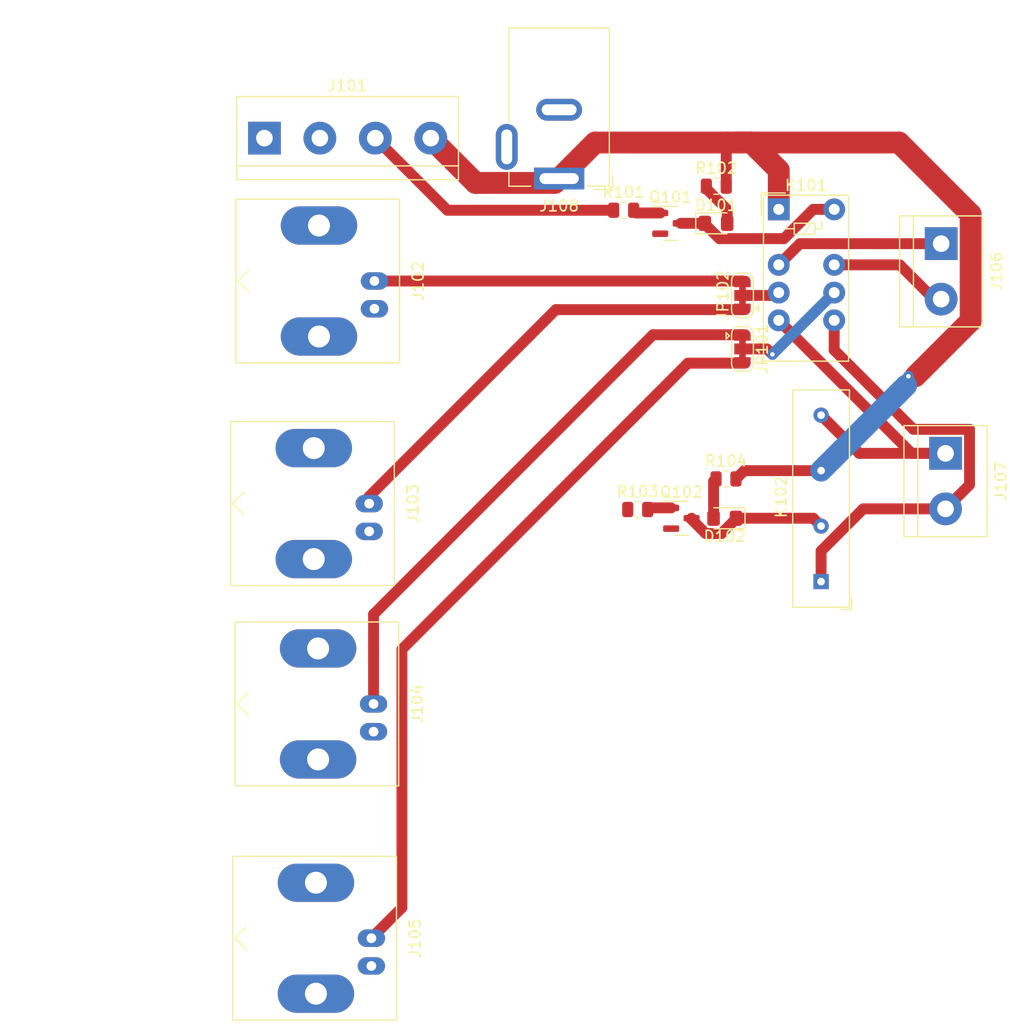
<source format=kicad_pcb>
(kicad_pcb (version 20211014) (generator pcbnew)
  (layers (0 "F.Cu" signal) (31 "B.Cu" signal) (34 "B.Paste" user) (35 "F.Paste" user) (36 "B.SilkS" user "B.Silkscreen") (37 "F.SilkS" user "F.Silkscreen") (38 "B.Mask" user) (39 "F.Mask" user) (44 "Edge.Cuts" user))
  (net 0 "")
  (net 1 "Coil-")
  (net 2 "Net-(D101-Pad2)")
  (net 3 "Net-(D102-Pad1)")
  (net 4 "Net-(D102-Pad2)")
  (net 5 "GND")
  (net 6 "HCur")
  (net 7 "HPot")
  (net 8 "LPot")
  (net 9 "LCur")
  (net 10 "Net-(JP101-Pad2)")
  (net 11 "Net-(JP102-Pad2)")
  (net 12 "+5V")
  (net 13 "Net-(Q101-Pad1)")
  (net 14 "Net-(Q102-Pad1)")
  (net 15 "/Pri-")
  (net 16 "/Pri+")
  (net 17 "/Sec+")
  (net 18 "/Sec-")
  (net 19 "Net-(R103-Pad1)")
  (net 20 "Net-(R101-Pad1)")
  (footprint "Connector_BarrelJack:BarrelJack_GCT_DCJ200-10-A_Horizontal" (layer "F.Cu") (at 107 69.1 180)
    (fp_text reference "J108" (at 0 -2.5) (layer "F.SilkS"))
    (fp_text value "Barrel_Jack_Switch")
    (fp_line (start -3.2 -1) (end -4.9 -1) (layer "F.SilkS") (width 0.12))
    (fp_line (start -4.9 -1) (end -4.9 0.3) (layer "F.SilkS") (width 0.12))
    (fp_line (start -4.6 -0.7) (end -2.6 -0.7) (layer "F.SilkS") (width 0.12))
    (fp_line (start 2.6 -0.7) (end 4.6 -0.7) (layer "F.SilkS") (width 0.12))
    (fp_line (start -4.6 13.8) (end -4.6 -0.7) (layer "F.SilkS") (width 0.12))
    (fp_line (start 4.6 13.8) (end -4.6 13.8) (layer "F.SilkS") (width 0.12))
    (fp_line (start 4.6 -0.7) (end 4.6 0.6) (layer "F.SilkS") (width 0.12))
    (fp_line (start 4.6 5.2) (end 4.6 13.8) (layer "F.SilkS") (width 0.12))
    (pad "1" thru_hole rect locked (at 0 0 180) (size 4.6 2) (drill oval 3.6 1) (layers *.Cu *.Mask) (net 12 "+5V"))
    (pad "2" thru_hole oval locked (at 0 6.3 180) (size 4.2 2) (drill oval 3.2 1) (layers *.Cu *.Mask) (net 5 "GND"))
    (pad "3" thru_hole oval locked (at 4.8 2.9 180) (size 2 4.2) (drill oval 1 3.2) (layers *.Cu *.Mask) (net 5 "GND"))
  )
  (footprint "LED_SMD:LED_0805_2012Metric_Pad1.15x1.40mm_HandSolder" (layer "F.Cu") (at 122.175 100.2 180)
    (fp_text reference "D102" (at 0 -1.65) (layer "F.SilkS"))
    (fp_text value "LED")
    (fp_line (start -1.86 0.96) (end 1 0.96) (layer "F.SilkS") (width 0.12))
    (fp_line (start 1 -0.96) (end -1.86 -0.96) (layer "F.SilkS") (width 0.12))
    (fp_line (start -1.86 -0.96) (end -1.86 0.96) (layer "F.SilkS") (width 0.12))
    (pad "1" smd roundrect locked (at -1.025 0 180) (size 1.15 1.4) (layers "F.Cu" "F.Paste" "F.Mask") (roundrect_rratio 0.217391) (net 3 "Net-(D102-Pad1)"))
    (pad "2" smd roundrect locked (at 1.025 0 180) (size 1.15 1.4) (layers "F.Cu" "F.Paste" "F.Mask") (roundrect_rratio 0.217391) (net 4 "Net-(D102-Pad2)"))
  )
  (footprint "Connector_Coaxial:BNC_Amphenol_B6252HB-NPP3G-50_Horizontal" (layer "F.Cu") (at 89.6 98.86 90)
    (fp_text reference "J103" (at 0 4 90) (layer "F.SilkS"))
    (fp_text value "Conn_Coaxial")
    (fp_line (start 0 -12.5) (end -1 -11.5) (layer "F.SilkS") (width 0.12))
    (fp_line (start 7.5 -12.7) (end 7.5 2.3) (layer "F.SilkS") (width 0.12))
    (fp_line (start -7.5 2.3) (end -7.5 -12.7) (layer "F.SilkS") (width 0.12))
    (fp_line (start 0 -12.5) (end 1 -11.5) (layer "F.SilkS") (width 0.12))
    (fp_line (start -7.5 -12.7) (end 7.5 -12.7) (layer "F.SilkS") (width 0.12))
    (fp_line (start 7.5 2.3) (end -7.5 2.3) (layer "F.SilkS") (width 0.12))
    (pad "1" thru_hole oval locked (at 0 0 90) (size 1.6 2.5) (drill 0.89) (layers *.Cu *.Mask) (net 7 "HPot"))
    (pad "2" thru_hole oval locked (at -5.08 -5.08 90) (size 3.5 7) (drill 2.01) (layers *.Cu *.Mask) (net 5 "GND"))
    (pad "2" thru_hole oval locked (at -2.54 0 90) (size 1.6 2.5) (drill 0.89) (layers *.Cu *.Mask) (net 5 "GND"))
    (pad "2" thru_hole oval locked (at 5.08 -5.08 90) (size 3.5 7) (drill 2.01) (layers *.Cu *.Mask) (net 5 "GND"))
  )
  (footprint "Resistor_SMD:R_0805_2012Metric" (layer "F.Cu") (at 122.2875 96.6)
    (fp_text reference "R104" (at 0 -1.65) (layer "F.SilkS"))
    (fp_text value "1k")
    (fp_line (start -0.227064 0.735) (end 0.227064 0.735) (layer "F.SilkS") (width 0.12))
    (fp_line (start -0.227064 -0.735) (end 0.227064 -0.735) (layer "F.SilkS") (width 0.12))
    (pad "1" smd roundrect locked (at -0.9125 0) (size 1.025 1.4) (layers "F.Cu" "F.Paste" "F.Mask") (roundrect_rratio 0.243902) (net 4 "Net-(D102-Pad2)"))
    (pad "2" smd roundrect locked (at 0.9125 0) (size 1.025 1.4) (layers "F.Cu" "F.Paste" "F.Mask") (roundrect_rratio 0.243902) (net 12 "+5V"))
  )
  (footprint "Resistor_SMD:R_0805_2012Metric" (layer "F.Cu") (at 112.9125 72)
    (fp_text reference "R101" (at 0 -1.65) (layer "F.SilkS"))
    (fp_text value "100")
    (fp_line (start -0.227064 -0.735) (end 0.227064 -0.735) (layer "F.SilkS") (width 0.12))
    (fp_line (start -0.227064 0.735) (end 0.227064 0.735) (layer "F.SilkS") (width 0.12))
    (pad "1" smd roundrect locked (at -0.9125 0) (size 1.025 1.4) (layers "F.Cu" "F.Paste" "F.Mask") (roundrect_rratio 0.243902) (net 20 "Net-(R101-Pad1)"))
    (pad "2" smd roundrect locked (at 0.9125 0) (size 1.025 1.4) (layers "F.Cu" "F.Paste" "F.Mask") (roundrect_rratio 0.243902) (net 13 "Net-(Q101-Pad1)"))
  )
  (footprint "LED_SMD:LED_0805_2012Metric_Pad1.15x1.40mm_HandSolder" (layer "F.Cu") (at 121.375 73.2)
    (fp_text reference "D101" (at 0 -1.65) (layer "F.SilkS"))
    (fp_text value "LED")
    (fp_line (start 1 -0.96) (end -1.86 -0.96) (layer "F.SilkS") (width 0.12))
    (fp_line (start -1.86 -0.96) (end -1.86 0.96) (layer "F.SilkS") (width 0.12))
    (fp_line (start -1.86 0.96) (end 1 0.96) (layer "F.SilkS") (width 0.12))
    (pad "1" smd roundrect locked (at -1.025 0) (size 1.15 1.4) (layers "F.Cu" "F.Paste" "F.Mask") (roundrect_rratio 0.217391) (net 1 "Coil-"))
    (pad "2" smd roundrect locked (at 1.025 0) (size 1.15 1.4) (layers "F.Cu" "F.Paste" "F.Mask") (roundrect_rratio 0.217391) (net 2 "Net-(D101-Pad2)"))
  )
  (footprint "Connector_Coaxial:BNC_Amphenol_B6252HB-NPP3G-50_Horizontal" (layer "F.Cu") (at 89.8 138.65 90)
    (fp_text reference "J105" (at 0 4 90) (layer "F.SilkS"))
    (fp_text value "Conn_Coaxial")
    (fp_line (start 7.5 2.3) (end -7.5 2.3) (layer "F.SilkS") (width 0.12))
    (fp_line (start 0 -12.5) (end 1 -11.5) (layer "F.SilkS") (width 0.12))
    (fp_line (start -7.5 -12.7) (end 7.5 -12.7) (layer "F.SilkS") (width 0.12))
    (fp_line (start 0 -12.5) (end -1 -11.5) (layer "F.SilkS") (width 0.12))
    (fp_line (start -7.5 2.3) (end -7.5 -12.7) (layer "F.SilkS") (width 0.12))
    (fp_line (start 7.5 -12.7) (end 7.5 2.3) (layer "F.SilkS") (width 0.12))
    (pad "1" thru_hole oval locked (at 0 0 90) (size 1.6 2.5) (drill 0.89) (layers *.Cu *.Mask) (net 9 "LCur"))
    (pad "2" thru_hole oval locked (at 5.08 -5.08 90) (size 3.5 7) (drill 2.01) (layers *.Cu *.Mask) (net 5 "GND"))
    (pad "2" thru_hole oval locked (at -2.54 0 90) (size 1.6 2.5) (drill 0.89) (layers *.Cu *.Mask) (net 5 "GND"))
    (pad "2" thru_hole oval locked (at -5.08 -5.08 90) (size 3.5 7) (drill 2.01) (layers *.Cu *.Mask) (net 5 "GND"))
  )
  (footprint "Package_TO_SOT_SMD:SOT-23" (layer "F.Cu") (at 117.2 73.2)
    (fp_text reference "Q101" (at 0 -2.4) (layer "F.SilkS"))
    (fp_text value "MMBT3904")
    (fp_line (start 0 -1.56) (end 0.65 -1.56) (layer "F.SilkS") (width 0.12))
    (fp_line (start 0 -1.56) (end -1.675 -1.56) (layer "F.SilkS") (width 0.12))
    (fp_line (start 0 1.56) (end -0.65 1.56) (layer "F.SilkS") (width 0.12))
    (fp_line (start 0 1.56) (end 0.65 1.56) (layer "F.SilkS") (width 0.12))
    (pad "1" smd roundrect locked (at -0.9375 -0.95) (size 1.475 0.6) (layers "F.Cu" "F.Paste" "F.Mask") (net 13 "Net-(Q101-Pad1)"))
    (pad "2" smd roundrect locked (at -0.9375 0.95) (size 1.475 0.6) (layers "F.Cu" "F.Paste" "F.Mask") (net 5 "GND"))
    (pad "3" smd roundrect locked (at 0.9375 0) (size 1.475 0.6) (layers "F.Cu" "F.Paste" "F.Mask") (net 1 "Coil-"))
  )
  (footprint "Resistor_SMD:R_0805_2012Metric" (layer "F.Cu") (at 114.2 99.4)
    (fp_text reference "R103" (at 0 -1.65) (layer "F.SilkS"))
    (fp_text value "100")
    (fp_line (start -0.227064 0.735) (end 0.227064 0.735) (layer "F.SilkS") (width 0.12))
    (fp_line (start -0.227064 -0.735) (end 0.227064 -0.735) (layer "F.SilkS") (width 0.12))
    (pad "1" smd roundrect locked (at -0.9125 0) (size 1.025 1.4) (layers "F.Cu" "F.Paste" "F.Mask") (roundrect_rratio 0.243902) (net 19 "Net-(R103-Pad1)"))
    (pad "2" smd roundrect locked (at 0.9125 0) (size 1.025 1.4) (layers "F.Cu" "F.Paste" "F.Mask") (roundrect_rratio 0.243902) (net 14 "Net-(Q102-Pad1)"))
  )
  (footprint "Package_TO_SOT_SMD:SOT-23" (layer "F.Cu") (at 118.2 100.2)
    (fp_text reference "Q102" (at 0 -2.4) (layer "F.SilkS"))
    (fp_text value "MMBT3904")
    (fp_line (start 0 -1.56) (end 0.65 -1.56) (layer "F.SilkS") (width 0.12))
    (fp_line (start 0 1.56) (end -0.65 1.56) (layer "F.SilkS") (width 0.12))
    (fp_line (start 0 -1.56) (end -1.675 -1.56) (layer "F.SilkS") (width 0.12))
    (fp_line (start 0 1.56) (end 0.65 1.56) (layer "F.SilkS") (width 0.12))
    (pad "1" smd roundrect locked (at -0.9375 -0.95) (size 1.475 0.6) (layers "F.Cu" "F.Paste" "F.Mask") (net 14 "Net-(Q102-Pad1)"))
    (pad "2" smd roundrect locked (at -0.9375 0.95) (size 1.475 0.6) (layers "F.Cu" "F.Paste" "F.Mask") (net 5 "GND"))
    (pad "3" smd roundrect locked (at 0.9375 0) (size 1.475 0.6) (layers "F.Cu" "F.Paste" "F.Mask") (net 3 "Net-(D102-Pad1)"))
  )
  (footprint "TerminalBlock:TerminalBlock_bornier-2_P5.08mm" (layer "F.Cu") (at 142 75.06 -90)
    (fp_text reference "J106" (at 2.54 -5.08 90) (layer "F.SilkS"))
    (fp_text value "Screw_Terminal_01x02")
    (fp_line (start 7.62 -3.81) (end -2.54 -3.81) (layer "F.SilkS") (width 0.12))
    (fp_line (start 7.62 2.54) (end -2.54 2.54) (layer "F.SilkS") (width 0.12))
    (fp_line (start -2.54 3.81) (end 7.62 3.81) (layer "F.SilkS") (width 0.12))
    (fp_line (start 7.62 3.81) (end 7.62 -3.81) (layer "F.SilkS") (width 0.12))
    (fp_line (start -2.54 -3.81) (end -2.54 3.81) (layer "F.SilkS") (width 0.12))
    (pad "1" thru_hole rect locked (at 0 0 270) (size 3 3) (drill 1.52) (layers *.Cu *.Mask) (net 16 "/Pri+"))
    (pad "2" thru_hole circle locked (at 5.08 0 270) (size 3 3) (drill 1.52) (layers *.Cu *.Mask) (net 15 "/Pri-"))
  )
  (footprint "TerminalBlock:TerminalBlock_bornier-2_P5.08mm" (layer "F.Cu") (at 142.4 94.26 -90)
    (fp_text reference "J107" (at 2.54 -5.08 90) (layer "F.SilkS"))
    (fp_text value "Screw_Terminal_01x02")
    (fp_line (start 7.62 2.54) (end -2.54 2.54) (layer "F.SilkS") (width 0.12))
    (fp_line (start -2.54 -3.81) (end -2.54 3.81) (layer "F.SilkS") (width 0.12))
    (fp_line (start 7.62 -3.81) (end -2.54 -3.81) (layer "F.SilkS") (width 0.12))
    (fp_line (start 7.62 3.81) (end 7.62 -3.81) (layer "F.SilkS") (width 0.12))
    (fp_line (start -2.54 3.81) (end 7.62 3.81) (layer "F.SilkS") (width 0.12))
    (pad "1" thru_hole rect locked (at 0 0 270) (size 3 3) (drill 1.52) (layers *.Cu *.Mask) (net 17 "/Sec+"))
    (pad "2" thru_hole circle locked (at 5.08 0 270) (size 3 3) (drill 1.52) (layers *.Cu *.Mask) (net 18 "/Sec-"))
  )
  (footprint "TerminalBlock:TerminalBlock_bornier-4_P5.08mm" (layer "F.Cu") (at 80 65.4)
    (fp_text reference "J101" (at 7.6 -4.8) (layer "F.SilkS"))
    (fp_text value "Screw_Terminal_01x04")
    (fp_line (start -2.54 -3.81) (end 17.78 -3.81) (layer "F.SilkS") (width 0.12))
    (fp_line (start 17.78 3.81) (end 17.78 -3.81) (layer "F.SilkS") (width 0.12))
    (fp_line (start 17.78 2.54) (end -2.54 2.54) (layer "F.SilkS") (width 0.12))
    (fp_line (start -2.54 3.81) (end 17.78 3.81) (layer "F.SilkS") (width 0.12))
    (fp_line (start -2.54 -3.81) (end -2.54 3.81) (layer "F.SilkS") (width 0.12))
    (pad "1" thru_hole rect locked (at 0 0) (size 3 3) (drill 1.52) (layers *.Cu *.Mask) (net 5 "GND"))
    (pad "2" thru_hole circle locked (at 5.08 0) (size 3 3) (drill 1.52) (layers *.Cu *.Mask) (net 19 "Net-(R103-Pad1)"))
    (pad "3" thru_hole circle locked (at 10.16 0) (size 3 3) (drill 1.52) (layers *.Cu *.Mask) (net 20 "Net-(R101-Pad1)"))
    (pad "4" thru_hole circle locked (at 15.24 0) (size 3 3) (drill 1.52) (layers *.Cu *.Mask) (net 12 "+5V"))
  )
  (footprint "Eli_Lib:SolderJumper-3_P1.3mm_Bridged12_RoundedPad1.0x1.5mm" (layer "F.Cu") (at 123.8 79.8 90)
    (fp_text reference "JP102" (at 0 -1.8 90) (layer "F.SilkS"))
    (fp_text value "SolderJumper_3_Bridged123")
    (fp_poly (pts (xy 0.3 -0.3) (xy 0.8 -0.3) (xy 0.8 0.3) (xy 0.3 0.3)) (layer "F.Cu") (width 0) (fill solid))
    (fp_poly (pts (xy -0.9 -0.3) (xy -0.4 -0.3) (xy -0.4 0.3) (xy -0.9 0.3)) (layer "F.Cu") (width 0) (fill solid))
    (fp_line (start -1.5 1.5) (end -0.9 1.5) (layer "F.SilkS") (width 0.12))
    (fp_line (start -1.4 -1) (end 1.4 -1) (layer "F.SilkS") (width 0.12))
    (fp_line (start -1.2 1.2) (end -0.9 1.5) (layer "F.SilkS") (width 0.12))
    (fp_line (start -2.05 0.3) (end -2.05 -0.3) (layer "F.SilkS") (width 0.12))
    (fp_line (start 2.05 -0.3) (end 2.05 0.3) (layer "F.SilkS") (width 0.12))
    (fp_line (start 1.4 1) (end -1.4 1) (layer "F.SilkS") (width 0.12))
    (fp_line (start -1.2 1.2) (end -1.5 1.5) (layer "F.SilkS") (width 0.12))
    (fp_arc (start -2.05 -0.3) (mid -1.844975 -0.794975) (end -1.35 -1) (layer "F.SilkS") (width 0.12))
    (fp_arc (start 1.35 -1) (mid 1.844975 -0.794975) (end 2.05 -0.3) (layer "F.SilkS") (width 0.12))
    (fp_arc (start 2.05 0.3) (mid 1.844975 0.794975) (end 1.35 1) (layer "F.SilkS") (width 0.12))
    (fp_arc (start -1.35 1) (mid -1.844975 0.794975) (end -2.05 0.3) (layer "F.SilkS") (width 0.12))
    (pad "1" smd custom (at -1.3 0 90) (size 1 0.5) (layers "F.Cu" "F.Mask") (net 7 "HPot") (options (clearance outline) (anchor rect)) (primitives (gr_circle (center 0 0.25) (end 0.5 0.25) (width 0) (fill yes)) (gr_circle (center 0 -0.25) (end 0.5 -0.25) (width 0) (fill yes)) (gr_poly (pts (xy 0.55 0.75) (xy 0 0.75) (xy 0 -0.75) (xy 0.55 -0.75)) (width 0) (fill yes))))
    (pad "2" smd rect (at 0 0 90) (size 1 1.5) (layers "F.Cu" "F.Mask") (net 11 "Net-(JP102-Pad2)"))
    (pad "3" smd custom (at 1.3 0 90) (size 1 0.5) (layers "F.Cu" "F.Mask") (net 6 "HCur") (options (clearance outline) (anchor rect)) (primitives (gr_circle (center 0 0.25) (end 0.5 0.25) (width 0) (fill yes)) (gr_circle (center 0 -0.25) (end 0.5 -0.25) (width 0) (fill yes)) (gr_poly (pts (xy 0 0.75) (xy -0.55 0.75) (xy -0.55 -0.75) (xy 0 -0.75)) (width 0) (fill yes))))
  )
  (footprint "Connector_Coaxial:BNC_Amphenol_B6252HB-NPP3G-50_Horizontal" (layer "F.Cu") (at 90.08 78.48 90)
    (fp_text reference "J102" (at 0 4 90) (layer "F.SilkS"))
    (fp_text value "Conn_Coaxial")
    (fp_line (start -7.5 2.3) (end -7.5 -12.7) (layer "F.SilkS") (width 0.12))
    (fp_line (start 0 -12.5) (end 1 -11.5) (layer "F.SilkS") (width 0.12))
    (fp_line (start -7.5 -12.7) (end 7.5 -12.7) (layer "F.SilkS") (width 0.12))
    (fp_line (start 7.5 -12.7) (end 7.5 2.3) (layer "F.SilkS") (width 0.12))
    (fp_line (start 7.5 2.3) (end -7.5 2.3) (layer "F.SilkS") (width 0.12))
    (fp_line (start 0 -12.5) (end -1 -11.5) (layer "F.SilkS") (width 0.12))
    (pad "1" thru_hole oval locked (at 0 0 90) (size 1.6 2.5) (drill 0.89) (layers *.Cu *.Mask) (net 6 "HCur"))
    (pad "2" thru_hole oval locked (at -2.54 0 90) (size 1.6 2.5) (drill 0.89) (layers *.Cu *.Mask) (net 5 "GND"))
    (pad "2" thru_hole oval locked (at -5.08 -5.08 90) (size 3.5 7) (drill 2.01) (layers *.Cu *.Mask) (net 5 "GND"))
    (pad "2" thru_hole oval locked (at 5.08 -5.08 90) (size 3.5 7) (drill 2.01) (layers *.Cu *.Mask) (net 5 "GND"))
  )
  (footprint "Connector_Coaxial:BNC_Amphenol_B6252HB-NPP3G-50_Horizontal" (layer "F.Cu") (at 90 117.2 90)
    (fp_text reference "J104" (at 0 4 90) (layer "F.SilkS"))
    (fp_text value "Conn_Coaxial")
    (fp_line (start -7.5 -12.7) (end 7.5 -12.7) (layer "F.SilkS") (width 0.12))
    (fp_line (start 0 -12.5) (end 1 -11.5) (layer "F.SilkS") (width 0.12))
    (fp_line (start -7.5 2.3) (end -7.5 -12.7) (layer "F.SilkS") (width 0.12))
    (fp_line (start 0 -12.5) (end -1 -11.5) (layer "F.SilkS") (width 0.12))
    (fp_line (start 7.5 2.3) (end -7.5 2.3) (layer "F.SilkS") (width 0.12))
    (fp_line (start 7.5 -12.7) (end 7.5 2.3) (layer "F.SilkS") (width 0.12))
    (pad "1" thru_hole oval locked (at 0 0 90) (size 1.6 2.5) (drill 0.89) (layers *.Cu *.Mask) (net 8 "LPot"))
    (pad "2" thru_hole oval locked (at 5.08 -5.08 90) (size 3.5 7) (drill 2.01) (layers *.Cu *.Mask) (net 5 "GND"))
    (pad "2" thru_hole oval locked (at -5.08 -5.08 90) (size 3.5 7) (drill 2.01) (layers *.Cu *.Mask) (net 5 "GND"))
    (pad "2" thru_hole oval locked (at -2.54 0 90) (size 1.6 2.5) (drill 0.89) (layers *.Cu *.Mask) (net 5 "GND"))
  )
  (footprint "Eli_Lib:SolderJumper-3_P1.3mm_Bridged12_RoundedPad1.0x1.5mm" (layer "F.Cu") (at 123.8 84.7 -90)
    (fp_text reference "JP101" (at 0 -1.8 90) (layer "F.SilkS"))
    (fp_text value "SolderJumper_3_Bridged123")
    (fp_poly (pts (xy 0.3 -0.3) (xy 0.8 -0.3) (xy 0.8 0.3) (xy 0.3 0.3)) (layer "F.Cu") (width 0) (fill solid))
    (fp_poly (pts (xy -0.9 -0.3) (xy -0.4 -0.3) (xy -0.4 0.3) (xy -0.9 0.3)) (layer "F.Cu") (width 0) (fill solid))
    (fp_line (start -1.2 1.2) (end -1.5 1.5) (layer "F.SilkS") (width 0.12))
    (fp_line (start -1.2 1.2) (end -0.9 1.5) (layer "F.SilkS") (width 0.12))
    (fp_line (start -2.05 0.3) (end -2.05 -0.3) (layer "F.SilkS") (width 0.12))
    (fp_line (start 1.4 1) (end -1.4 1) (layer "F.SilkS") (width 0.12))
    (fp_line (start -1.5 1.5) (end -0.9 1.5) (layer "F.SilkS") (width 0.12))
    (fp_line (start 2.05 -0.3) (end 2.05 0.3) (layer "F.SilkS") (width 0.12))
    (fp_line (start -1.4 -1) (end 1.4 -1) (layer "F.SilkS") (width 0.12))
    (fp_arc (start 2.05 0.3) (mid 1.844975 0.794975) (end 1.35 1) (layer "F.SilkS") (width 0.12))
    (fp_arc (start 1.35 -1) (mid 1.844975 -0.794975) (end 2.05 -0.3) (layer "F.SilkS") (width 0.12))
    (fp_arc (start -2.05 -0.3) (mid -1.844975 -0.794975) (end -1.35 -1) (layer "F.SilkS") (width 0.12))
    (fp_arc (start -1.35 1) (mid -1.844975 0.794975) (end -2.05 0.3) (layer "F.SilkS") (width 0.12))
    (pad "1" smd custom (at -1.3 0 270) (size 1 0.5) (layers "F.Cu" "F.Mask") (net 8 "LPot") (options (clearance outline) (anchor rect)) (primitives (gr_circle (center 0 0.25) (end 0.5 0.25) (width 0) (fill yes)) (gr_circle (center 0 -0.25) (end 0.5 -0.25) (width 0) (fill yes)) (gr_poly (pts (xy 0.55 0.75) (xy 0 0.75) (xy 0 -0.75) (xy 0.55 -0.75)) (width 0) (fill yes))))
    (pad "2" smd rect (at 0 0 270) (size 1 1.5) (layers "F.Cu" "F.Mask") (net 10 "Net-(JP101-Pad2)"))
    (pad "3" smd custom (at 1.3 0 270) (size 1 0.5) (layers "F.Cu" "F.Mask") (net 9 "LCur") (options (clearance outline) (anchor rect)) (primitives (gr_circle (center 0 0.25) (end 0.5 0.25) (width 0) (fill yes)) (gr_circle (center 0 -0.25) (end 0.5 -0.25) (width 0) (fill yes)) (gr_poly (pts (xy 0 0.75) (xy -0.55 0.75) (xy -0.55 -0.75) (xy 0 -0.75)) (width 0) (fill yes))))
  )
  (footprint "Relay_THT:Relay_SPST_StandexMeder_SIL_Form1A" (layer "F.Cu") (at 131 106 90)
    (fp_text reference "K102" (at 7.75 -3.65 90) (layer "F.SilkS"))
    (fp_text value "SILxx-1Axx-71x")
    (fp_line (start -2.35 2.6) (end -2.35 -2.6) (layer "F.SilkS") (width 0.12))
    (fp_line (start 17.55 2.6) (end -2.35 2.6) (layer "F.SilkS") (width 0.12))
    (fp_line (start 17.55 -2.6) (end 17.55 2.6) (layer "F.SilkS") (width 0.12))
    (fp_line (start -2.35 -2.6) (end 17.55 -2.6) (layer "F.SilkS") (width 0.12))
    (fp_line (start -2.55 2.8) (end -2.55 1.8) (layer "F.SilkS") (width 0.12))
    (fp_line (start -1.45 2.8) (end -2.55 2.8) (layer "F.SilkS") (width 0.12))
    (pad "1" thru_hole rect locked (at 0 0 90) (size 1.4 1.4) (drill 0.7) (layers *.Cu *.Mask) (net 18 "/Sec-"))
    (pad "3" thru_hole circle locked (at 5.08 0 90) (size 1.4 1.4) (drill 0.7) (layers *.Cu *.Mask) (net 3 "Net-(D102-Pad1)"))
    (pad "5" thru_hole circle locked (at 10.16 0 90) (size 1.4 1.4) (drill 0.7) (layers *.Cu *.Mask) (net 12 "+5V"))
    (pad "7" thru_hole circle locked (at 15.24 0 90) (size 1.4 1.4) (drill 0.7) (layers *.Cu *.Mask) (net 17 "/Sec+"))
  )
  (footprint "Relay_THT:Relay_DPDT_Omron_G6S-2" (layer "F.Cu") (at 127.12 71.92)
    (fp_text reference "K101" (at 2.5 -2.2) (layer "F.SilkS"))
    (fp_text value "Relay_DPDT")
    (fp_line (start 3.327 1.27) (end 1.422 1.27) (layer "F.SilkS") (width 0.12))
    (fp_line (start 3.962 1.143) (end 3.962 1.778) (layer "F.SilkS") (width 0.12))
    (fp_line (start 2.946 1.27) (end 2.311 2.286) (layer "F.SilkS") (width 0.12))
    (fp_line (start 6.4 -1.3) (end 6.4 13.9) (layer "F.SilkS") (width 0.12))
    (fp_line (start -1.4 13.9) (end -1.4 -1.3) (layer "F.SilkS") (width 0.12))
    (fp_line (start 1.422 2.286) (end 3.327 2.286) (layer "F.SilkS") (width 0.12))
    (fp_line (start 1.422 1.27) (end 1.422 2.286) (layer "F.SilkS") (width 0.12))
    (fp_line (start 3.962 1.778) (end 3.327 1.778) (layer "F.SilkS") (width 0.12))
    (fp_line (start -1.6 0.6) (end -1.6 -1.5) (layer "F.SilkS") (width 0.12))
    (fp_line (start -1.6 -1.5) (end 0.6 -1.5) (layer "F.SilkS") (width 0.12))
    (fp_line (start -1.4 -1.3) (end 6.4 -1.3) (layer "F.SilkS") (width 0.12))
    (fp_line (start 0.7 1.778) (end 1.422 1.778) (layer "F.SilkS") (width 0.12))
    (fp_line (start 6.4 13.9) (end -1.4 13.9) (layer "F.SilkS") (width 0.12))
    (fp_line (start 0.7 1.5) (end 0.7 1.778) (layer "F.SilkS") (width 0.12))
    (fp_line (start 3.327 1.27) (end 3.327 2.286) (layer "F.SilkS") (width 0.12))
    (pad "1" thru_hole rect locked (at 0 0) (size 2 2) (drill 1) (layers *.Cu *.Mask) (net 12 "+5V"))
    (pad "3" thru_hole circle locked (at 0 5.08) (size 2 2) (drill 1) (layers *.Cu *.Mask) (net 16 "/Pri+"))
    (pad "4" thru_hole circle locked (at 0 7.62 270) (size 2 2) (drill 1) (layers *.Cu *.Mask) (net 11 "Net-(JP102-Pad2)"))
    (pad "5" thru_hole circle locked (at 0 10.16) (size 2 2) (drill 1) (layers *.Cu *.Mask) (net 17 "/Sec+"))
    (pad "8" thru_hole circle locked (at 5.08 10.16) (size 2 2) (drill 1) (layers *.Cu *.Mask) (net 18 "/Sec-"))
    (pad "9" thru_hole circle locked (at 5.08 7.62 270) (size 2 2) (drill 1) (layers *.Cu *.Mask) (net 10 "Net-(JP101-Pad2)"))
    (pad "10" thru_hole circle locked (at 5.08 5.08) (size 2 2) (drill 1) (layers *.Cu *.Mask) (net 15 "/Pri-"))
    (pad "12" thru_hole circle locked (at 5.08 0) (size 2 2) (drill 1) (layers *.Cu *.Mask) (net 1 "Coil-"))
  )
  (footprint "Resistor_SMD:R_0805_2012Metric" (layer "F.Cu") (at 121.4 69.8)
    (fp_text reference "R102" (at 0 -1.65) (layer "F.SilkS"))
    (fp_text value "1k")
    (fp_line (start -0.227064 0.735) (end 0.227064 0.735) (layer "F.SilkS") (width 0.12))
    (fp_line (start -0.227064 -0.735) (end 0.227064 -0.735) (layer "F.SilkS") (width 0.12))
    (pad "1" smd roundrect locked (at -0.9125 0) (size 1.025 1.4) (layers "F.Cu" "F.Paste" "F.Mask") (roundrect_rratio 0.243902) (net 2 "Net-(D101-Pad2)"))
    (pad "2" smd roundrect locked (at 0.9125 0) (size 1.025 1.4) (layers "F.Cu" "F.Paste" "F.Mask") (roundrect_rratio 0.243902) (net 12 "+5V"))
  )
  (segment (start 120.35 73.2) (end 120.35 73.267824) (width 1) (layer "F.Cu") (net 1))
  (segment (start 121.681696 74.59952) (end 127.60048 74.59952) (width 1) (layer "F.Cu") (net 1))
  (segment (start 130.28 71.92) (end 132.2 71.92) (width 1) (layer "F.Cu") (net 1))
  (segment (start 127.60048 74.59952) (end 130.28 71.92) (width 1) (layer "F.Cu") (net 1))
  (segment (start 118.1375 73.2) (end 120.35 73.2) (width 1) (layer "F.Cu") (net 1))
  (segment (start 120.35 73.267824) (end 121.681696 74.59952) (width 1) (layer "F.Cu") (net 1))
  (segment (start 120.4875 70.030324) (end 120.4875 69.8) (width 1) (layer "F.Cu") (net 2))
  (segment (start 122.4 71.942824) (end 120.4875 70.030324) (width 1) (layer "F.Cu") (net 2))
  (segment (start 122.4 73.2) (end 122.4 71.942824) (width 1) (layer "F.Cu") (net 2))
  (segment (start 123.2 100.267824) (end 123.2 100.2) (width 1) (layer "F.Cu") (net 3))
  (segment (start 119.1375 100.2) (end 119.1375 100.305324) (width 1) (layer "F.Cu") (net 3))
  (segment (start 120.432176 101.6) (end 121.867824 101.6) (width 1) (layer "F.Cu") (net 3))
  (segment (start 119.1375 100.305324) (end 120.432176 101.6) (width 1) (layer "F.Cu") (net 3))
  (segment (start 121.867824 101.6) (end 123.2 100.267824) (width 1) (layer "F.Cu") (net 3))
  (segment (start 123.2 100.2) (end 130.28 100.2) (width 1) (layer "F.Cu") (net 3))
  (segment (start 130.28 100.2) (end 131 100.92) (width 1) (layer "F.Cu") (net 3))
  (segment (start 121.15 100.2) (end 121.15 96.825) (width 1) (layer "F.Cu") (net 4))
  (segment (start 121.15 96.825) (end 121.375 96.6) (width 1) (layer "F.Cu") (net 4))
  (segment (start 123.78 78.48) (end 90.08 78.48) (width 1) (layer "F.Cu") (net 6))
  (segment (start 123.8 78.5) (end 123.78 78.48) (width 1) (layer "F.Cu") (net 6))
  (segment (start 123.8 81.1) (end 106.7 81.1) (width 1) (layer "F.Cu") (net 7))
  (segment (start 89.6 98.2) (end 89.6 98.86) (width 1) (layer "F.Cu") (net 7))
  (segment (start 106.7 81.1) (end 89.6 98.2) (width 1) (layer "F.Cu") (net 7))
  (segment (start 115.6 83.4) (end 123.8 83.4) (width 1) (layer "F.Cu") (net 8))
  (segment (start 90 117.2) (end 90 109) (width 1) (layer "F.Cu") (net 8))
  (segment (start 90 109) (end 115.6 83.4) (width 1) (layer "F.Cu") (net 8))
  (segment (start 92.6 135.85) (end 89.8 138.65) (width 1) (layer "F.Cu") (net 9))
  (segment (start 92.6 112.2) (end 92.6 135.85) (width 1) (layer "F.Cu") (net 9))
  (segment (start 118.8 86) (end 92.6 112.2) (width 1) (layer "F.Cu") (net 9))
  (segment (start 123.8 86) (end 118.8 86) (width 1) (layer "F.Cu") (net 9))
  (segment (start 126.04 84.7) (end 126.54 85.2) (width 1) (layer "F.Cu") (net 10))
  (segment (start 123.8 84.7) (end 126.04 84.7) (width 1) (layer "F.Cu") (net 10))
  (via (at 126.54 85.2) (size 0.8) (drill 0.4) (layers "F.Cu" "B.Cu") (net 10))
  (segment (start 132.2 79.54) (end 126.54 85.2) (width 1) (layer "B.Cu") (net 10))
  (segment (start 123.8 79.8) (end 126.86 79.8) (width 1) (layer "F.Cu") (net 11))
  (segment (start 126.86 79.8) (end 127.12 79.54) (width 1) (layer "F.Cu") (net 11))
  (segment (start 99.33952 69.49952) (end 106.60048 69.49952) (width 2) (layer "F.Cu") (net 12))
  (segment (start 144.059511 82.140489) (end 144.699511 82.140489) (width 1) (layer "F.Cu") (net 12))
  (segment (start 139 87.2) (end 139.64 87.2) (width 1) (layer "F.Cu") (net 12))
  (segment (start 131 95.84) (end 123.96 95.84) (width 1) (layer "F.Cu") (net 12))
  (segment (start 122.4 65.8) (end 123.2 65.8) (width 2) (layer "F.Cu") (net 12))
  (segment (start 123.96 95.84) (end 123.2 96.6) (width 1) (layer "F.Cu") (net 12))
  (segment (start 110.3 65.8) (end 122.4 65.8) (width 2) (layer "F.Cu") (net 12))
  (segment (start 122.3125 65.8875) (end 122.4 65.8) (width 1) (layer "F.Cu") (net 12))
  (segment (start 138.139022 65.8) (end 123.2 65.8) (width 2) (layer "F.Cu") (net 12))
  (segment (start 144.699511 82.140489) (end 144.699511 72.360489) (width 2) (layer "F.Cu") (net 12))
  (segment (start 122.3125 69.8) (end 122.3125 65.8875) (width 1) (layer "F.Cu") (net 12))
  (segment (start 106.60048 69.49952) (end 107 69.1) (width 2) (layer "F.Cu") (net 12))
  (segment (start 127.12 68.32) (end 127.12 71.92) (width 2) (layer "F.Cu") (net 12))
  (segment (start 95.24 65.4) (end 99.33952 69.49952) (width 2) (layer "F.Cu") (net 12))
  (segment (start 123.2 65.8) (end 124.6 65.8) (width 2) (layer "F.Cu") (net 12))
  (segment (start 144.699511 72.360489) (end 138.139022 65.8) (width 2) (layer "F.Cu") (net 12))
  (segment (start 124.6 65.8) (end 127.12 68.32) (width 2) (layer "F.Cu") (net 12))
  (segment (start 139.64 87.2) (end 144.699511 82.140489) (width 2) (layer "F.Cu") (net 12))
  (segment (start 107 69.1) (end 110.3 65.8) (width 2) (layer "F.Cu") (net 12))
  (via (at 139 87.2) (size 0.8) (drill 0.4) (layers "F.Cu" "B.Cu") (net 12))
  (segment (start 131 95.84) (end 138.8 88.04) (width 2) (layer "B.Cu") (net 12))
  (segment (start 139 87.84) (end 139 87.2) (width 1) (layer "B.Cu") (net 12))
  (segment (start 138.8 88.04) (end 139 87.84) (width 1) (layer "B.Cu") (net 12))
  (segment (start 116.2625 72.25) (end 114.075 72.25) (width 1) (layer "F.Cu") (net 13))
  (segment (start 114.075 72.25) (end 113.825 72) (width 1) (layer "F.Cu") (net 13))
  (segment (start 115.2625 99.25) (end 115.1125 99.4) (width 1) (layer "F.Cu") (net 14))
  (segment (start 117.2625 99.25) (end 115.2625 99.25) (width 1) (layer "F.Cu") (net 14))
  (segment (start 138.2 77) (end 132.2 77) (width 1) (layer "F.Cu") (net 15))
  (segment (start 141.34 80.14) (end 138.2 77) (width 1) (layer "F.Cu") (net 15))
  (segment (start 142 80.14) (end 141.34 80.14) (width 1) (layer "F.Cu") (net 15))
  (segment (start 142 75.06) (end 129.06 75.06) (width 1) (layer "F.Cu") (net 16))
  (segment (start 129.06 75.06) (end 127.12 77) (width 1) (layer "F.Cu") (net 16))
  (segment (start 142.4 94.26) (end 139.3 94.26) (width 1) (layer "F.Cu") (net 17))
  (segment (start 139.3 94.26) (end 127.12 82.08) (width 1) (layer "F.Cu") (net 17))
  (segment (start 131 90.76) (end 134.5 94.26) (width 1) (layer "F.Cu") (net 17))
  (segment (start 134.5 94.26) (end 142.4 94.26) (width 1) (layer "F.Cu") (net 17))
  (segment (start 142.4 99.34) (end 134.86 99.34) (width 1) (layer "F.Cu") (net 18))
  (segment (start 132.2 84.8) (end 132.2 82.08) (width 1) (layer "F.Cu") (net 18))
  (segment (start 134.86 99.34) (end 131 103.2) (width 1) (layer "F.Cu") (net 18))
  (segment (start 144.599511 92.060489) (end 139.460489 92.060489) (width 1) (layer "F.Cu") (net 18))
  (segment (start 144.599511 97.140489) (end 144.599511 92.060489) (width 1) (layer "F.Cu") (net 18))
  (segment (start 139.460489 92.060489) (end 132.2 84.8) (width 1) (layer "F.Cu") (net 18))
  (segment (start 131 103.2) (end 131 106) (width 1) (layer "F.Cu") (net 18))
  (segment (start 142.4 99.34) (end 144.599511 97.140489) (width 1) (layer "F.Cu") (net 18))
  (segment (start 96.76 72) (end 112 72) (width 1) (layer "F.Cu") (net 20))
  (segment (start 90.16 65.4) (end 96.76 72) (width 1) (layer "F.Cu") (net 20))
)
</source>
